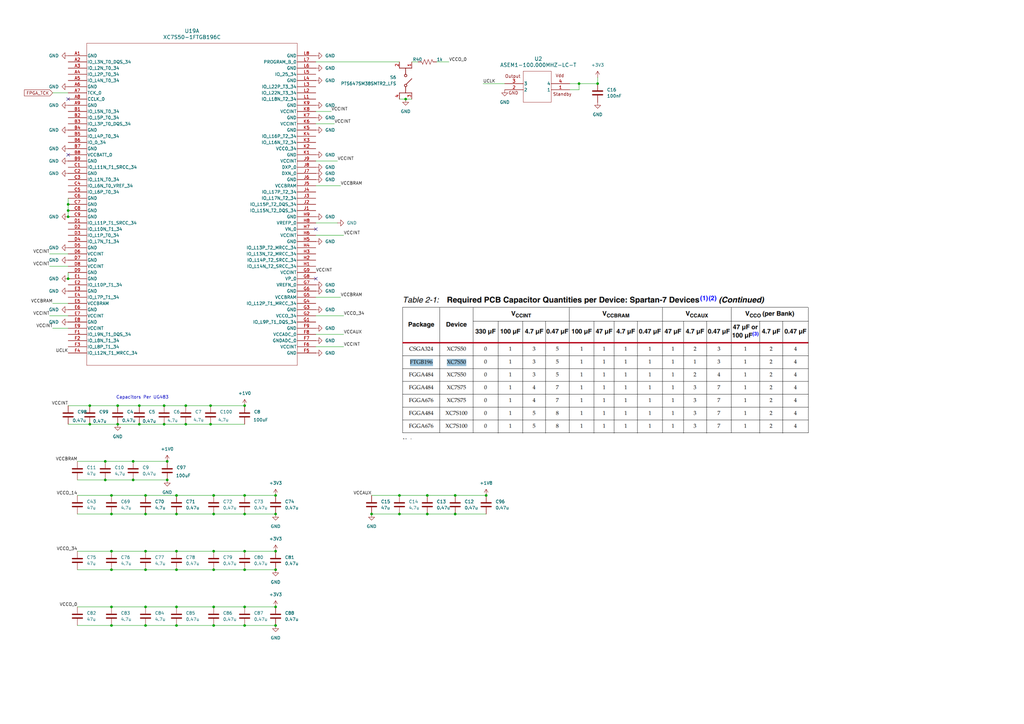
<source format=kicad_sch>
(kicad_sch (version 20250114) (generator "eeschema") (generator_version "9.0")
  (paper "A3")
  (lib_symbols
    (symbol "Device:C" (pin_numbers (hide yes)) (pin_names (offset 0.254))
      (property "Reference" "C" (at 0.635 2.54 0))
      (property "Value" "C" (at 0.635 -2.54 0))
      (symbol "C_1_1"
        (pin passive line (at 0 3.81 270) (length 2.794) (name "~") (number "1"))
        (pin passive line (at 0 -3.81 90) (length 2.794) (name "~") (number "2"))
      )
    )
    (symbol "Device:R_US" (pin_numbers (hide yes)) (pin_names (offset 0))
      (property "Reference" "R" (at 2.54 0 90))
      (property "Value" "R_US" (at -2.54 0 90))
      (symbol "R_US_1_1"
        (pin passive line (at 0 3.81 270) (length 1.27) (name "~") (number "1"))
        (pin passive line (at 0 -3.81 90) (length 1.27) (name "~") (number "2"))
      )
    )
    (symbol "FPGA&MCU:ASEM1-100.000MHZ-LC-T" (pin_names (offset 0.254))
      (property "Reference" "U" (at 13.716 9.398 0))
      (property "Value" "ASEM1-100.000MHZ-LC-T" (at 13.716 6.858 0))
      (symbol "ASEM1-100.000MHZ-LC-T_0_1"
        (pin unspecified line (at 0 0 0) (length 7.62) (name "3") (number "3"))
        (pin unspecified line (at 0 -2.54 0) (length 7.62) (name "2") (number "2"))
        (pin unspecified line (at 26.67 0 180) (length 7.62) (name "4") (number "4"))
        (pin unspecified line (at 26.67 -2.54 180) (length 7.62) (name "1") (number "1"))
      )
      (symbol "ASEM1-100.000MHZ-LC-T_1_1"
        (text "Output" (at 3.302 3.048 0) (effects (font (size 1.27 1.27))))
        (text "GND\n" (at 3.556 -3.81 0) (effects (font (size 1.27 1.27))))
        (text "Vdd\n" (at 22.606 3.302 0) (effects (font (size 1.27 1.27))))
        (text "Standby\n" (at 23.622 -4.318 0) (effects (font (size 1.27 1.27))))
      )
    )
    (symbol "FPGA&MCU:XC7S50-1FTGB196C" (pin_names (offset 0.254))
      (property "Reference" "U" (at 50.8 10.16 0))
      (property "Value" "XC7S50-1FTGB196C" (at 50.8 7.62 0))
      (symbol "XC7S50-1FTGB196C_1_1"
        (pin power_out line (at 0 0 0) (length 7.62) (name "GND") (number "A1"))
        (pin bidirectional line (at 0 -2.54 0) (length 7.62) (name "IO_L3N_T0_DQS_34") (number "A2"))
        (pin bidirectional line (at 0 -5.08 0) (length 7.62) (name "IO_L2N_T0_34") (number "A3"))
        (pin bidirectional line (at 0 -7.62 0) (length 7.62) (name "IO_L2P_T0_34") (number "A4"))
        (pin bidirectional line (at 0 -10.16 0) (length 7.62) (name "IO_L4N_T0_34") (number "A5"))
        (pin power_out line (at 0 -12.7 0) (length 7.62) (name "GND") (number "A6"))
        (pin input line (at 0 -15.24 0) (length 7.62) (name "TCK_0") (number "A7"))
        (pin bidirectional line (at 0 -17.78 0) (length 7.62) (name "CCLK_0") (number "A8"))
        (pin power_out line (at 0 -20.32 0) (length 7.62) (name "GND") (number "A9"))
        (pin bidirectional line (at 0 -22.86 0) (length 7.62) (name "IO_L5N_T0_34") (number "B1"))
        (pin bidirectional line (at 0 -25.4 0) (length 7.62) (name "IO_L5P_T0_34") (number "B2"))
        (pin bidirectional line (at 0 -27.94 0) (length 7.62) (name "IO_L3P_T0_DQS_34") (number "B3"))
        (pin power_out line (at 0 -30.48 0) (length 7.62) (name "GND") (number "B4"))
        (pin bidirectional line (at 0 -33.02 0) (length 7.62) (name "IO_L4P_T0_34") (number "B5"))
        (pin bidirectional line (at 0 -35.56 0) (length 7.62) (name "IO_0_34") (number "B6"))
        (pin power_out line (at 0 -38.1 0) (length 7.62) (name "GND") (number "B7"))
        (pin power_in line (at 0 -40.64 0) (length 7.62) (name "VCCBATT_0") (number "B8"))
        (pin power_out line (at 0 -43.18 0) (length 7.62) (name "GND") (number "B9"))
        (pin bidirectional line (at 0 -45.72 0) (length 7.62) (name "IO_L11N_T1_SRCC_34") (number "C1"))
        (pin power_out line (at 0 -48.26 0) (length 7.62) (name "GND") (number "C2"))
        (pin bidirectional line (at 0 -50.8 0) (length 7.62) (name "IO_L1N_T0_34") (number "C3"))
        (pin bidirectional line (at 0 -53.34 0) (length 7.62) (name "IO_L6N_T0_VREF_34") (number "C4"))
        (pin bidirectional line (at 0 -55.88 0) (length 7.62) (name "IO_L6P_T0_34") (number "C5"))
        (pin power_out line (at 0 -58.42 0) (length 7.62) (name "GND") (number "C6"))
        (pin power_out line (at 0 -60.96 0) (length 7.62) (name "GND") (number "C7"))
        (pin power_out line (at 0 -63.5 0) (length 7.62) (name "GND") (number "C8"))
        (pin power_out line (at 0 -66.04 0) (length 7.62) (name "GND") (number "C9"))
        (pin bidirectional line (at 0 -68.58 0) (length 7.62) (name "IO_L11P_T1_SRCC_34") (number "D1"))
        (pin bidirectional line (at 0 -71.12 0) (length 7.62) (name "IO_L10N_T1_34") (number "D2"))
        (pin bidirectional line (at 0 -73.66 0) (length 7.62) (name "IO_L1P_T0_34") (number "D3"))
        (pin bidirectional line (at 0 -76.2 0) (length 7.62) (name "IO_L7N_T1_34") (number "D4"))
        (pin power_out line (at 0 -78.74 0) (length 7.62) (name "GND") (number "D5"))
        (pin power_in line (at 0 -81.28 0) (length 7.62) (name "VCCINT") (number "D6"))
        (pin power_out line (at 0 -83.82 0) (length 7.62) (name "GND") (number "D7"))
        (pin power_in line (at 0 -86.36 0) (length 7.62) (name "VCCINT") (number "D8"))
        (pin power_out line (at 0 -88.9 0) (length 7.62) (name "GND") (number "D9"))
        (pin power_out line (at 0 -91.44 0) (length 7.62) (name "GND") (number "E1"))
        (pin bidirectional line (at 0 -93.98 0) (length 7.62) (name "IO_L10P_T1_34") (number "E2"))
        (pin power_out line (at 0 -96.52 0) (length 7.62) (name "GND") (number "E3"))
        (pin bidirectional line (at 0 -99.06 0) (length 7.62) (name "IO_L7P_T1_34") (number "E4"))
        (pin power_in line (at 0 -101.6 0) (length 7.62) (name "VCCBRAM") (number "E5"))
        (pin power_out line (at 0 -104.14 0) (length 7.62) (name "GND") (number "E6"))
        (pin power_in line (at 0 -106.68 0) (length 7.62) (name "VCCINT") (number "E7"))
        (pin power_out line (at 0 -109.22 0) (length 7.62) (name "GND") (number "E8"))
        (pin power_in line (at 0 -111.76 0) (length 7.62) (name "VCCINT") (number "E9"))
        (pin bidirectional line (at 0 -114.3 0) (length 7.62) (name "IO_L9N_T1_DQS_34") (number "F1"))
        (pin bidirectional line (at 0 -116.84 0) (length 7.62) (name "IO_L8N_T1_34") (number "F2"))
        (pin bidirectional line (at 0 -119.38 0) (length 7.62) (name "IO_L8P_T1_34") (number "F3"))
        (pin bidirectional line (at 0 -121.92 0) (length 7.62) (name "IO_L12N_T1_MRCC_34") (number "F4"))
        (pin power_out line (at 101.6 0 180) (length 7.62) (name "GND") (number "L8"))
        (pin input line (at 101.6 -2.54 180) (length 7.62) (name "PROGRAM_B_0") (number "L7"))
        (pin power_out line (at 101.6 -5.08 180) (length 7.62) (name "GND") (number "L6"))
        (pin bidirectional line (at 101.6 -7.62 180) (length 7.62) (name "IO_25_34") (number "L5"))
        (pin power_out line (at 101.6 -10.16 180) (length 7.62) (name "GND") (number "L4"))
        (pin bidirectional line (at 101.6 -12.7 180) (length 7.62) (name "IO_L22P_T3_34") (number "L3"))
        (pin bidirectional line (at 101.6 -15.24 180) (length 7.62) (name "IO_L22N_T3_34") (number "L2"))
        (pin bidirectional line (at 101.6 -17.78 180) (length 7.62) (name "IO_L18N_T2_34") (number "L1"))
        (pin power_out line (at 101.6 -20.32 180) (length 7.62) (name "GND") (number "K9"))
        (pin power_in line (at 101.6 -22.86 180) (length 7.62) (name "VCCINT") (number "K8"))
        (pin power_out line (at 101.6 -25.4 180) (length 7.62) (name "GND") (number "K7"))
        (pin power_in line (at 101.6 -27.94 180) (length 7.62) (name "VCCINT") (number "K6"))
        (pin power_out line (at 101.6 -30.48 180) (length 7.62) (name "GND") (number "K5"))
        (pin bidirectional line (at 101.6 -33.02 180) (length 7.62) (name "IO_L16P_T2_34") (number "K4"))
        (pin bidirectional line (at 101.6 -35.56 180) (length 7.62) (name "IO_L16N_T2_34") (number "K3"))
        (pin power_in line (at 101.6 -38.1 180) (length 7.62) (name "VCCO_34") (number "K2"))
        (pin power_out line (at 101.6 -40.64 180) (length 7.62) (name "GND") (number "K1"))
        (pin power_in line (at 101.6 -43.18 180) (length 7.62) (name "VCCINT") (number "J9"))
        (pin unspecified line (at 101.6 -45.72 180) (length 7.62) (name "DXP_0") (number "J8"))
        (pin unspecified line (at 101.6 -48.26 180) (length 7.62) (name "DXN_0") (number "J7"))
        (pin power_out line (at 101.6 -50.8 180) (length 7.62) (name "GND") (number "J6"))
        (pin power_in line (at 101.6 -53.34 180) (length 7.62) (name "VCCBRAM") (number "J5"))
        (pin bidirectional line (at 101.6 -55.88 180) (length 7.62) (name "IO_L17P_T2_34") (number "J4"))
        (pin bidirectional line (at 101.6 -58.42 180) (length 7.62) (name "IO_L17N_T2_34") (number "J3"))
        (pin bidirectional line (at 101.6 -60.96 180) (length 7.62) (name "IO_L15P_T2_DQS_34") (number "J2"))
        (pin bidirectional line (at 101.6 -63.5 180) (length 7.62) (name "IO_L15N_T2_DQS_34") (number "J1"))
        (pin power_out line (at 101.6 -66.04 180) (length 7.62) (name "GND") (number "H9"))
        (pin power_in line (at 101.6 -68.58 180) (length 7.62) (name "VREFP_0") (number "H8"))
        (pin input line (at 101.6 -71.12 180) (length 7.62) (name "VN_0") (number "H7"))
        (pin power_in line (at 101.6 -73.66 180) (length 7.62) (name "VCCINT") (number "H6"))
        (pin power_out line (at 101.6 -76.2 180) (length 7.62) (name "GND") (number "H5"))
        (pin bidirectional line (at 101.6 -78.74 180) (length 7.62) (name "IO_L13P_T2_MRCC_34") (number "H4"))
        (pin bidirectional line (at 101.6 -81.28 180) (length 7.62) (name "IO_L13N_T2_MRCC_34") (number "H3"))
        (pin bidirectional line (at 101.6 -83.82 180) (length 7.62) (name "IO_L14P_T2_SRCC_34") (number "H2"))
        (pin bidirectional line (at 101.6 -86.36 180) (length 7.62) (name "IO_L14N_T2_SRCC_34") (number "H1"))
        (pin power_in line (at 101.6 -88.9 180) (length 7.62) (name "VCCINT") (number "G9"))
        (pin input line (at 101.6 -91.44 180) (length 7.62) (name "VP_0") (number "G8"))
        (pin power_in line (at 101.6 -93.98 180) (length 7.62) (name "VREFN_0") (number "G7"))
        (pin power_out line (at 101.6 -96.52 180) (length 7.62) (name "GND") (number "G6"))
        (pin power_in line (at 101.6 -99.06 180) (length 7.62) (name "VCCBRAM") (number "G5"))
        (pin bidirectional line (at 101.6 -101.6 180) (length 7.62) (name "IO_L12P_T1_MRCC_34") (number "G4"))
        (pin power_out line (at 101.6 -104.14 180) (length 7.62) (name "GND") (number "G3"))
        (pin power_in line (at 101.6 -106.68 180) (length 7.62) (name "VCCO_34") (number "G2"))
        (pin bidirectional line (at 101.6 -109.22 180) (length 7.62) (name "IO_L9P_T1_DQS_34") (number "G1"))
        (pin power_out line (at 101.6 -111.76 180) (length 7.62) (name "GND") (number "F9"))
        (pin power_in line (at 101.6 -114.3 180) (length 7.62) (name "VCCADC_0") (number "F8"))
        (pin power_out line (at 101.6 -116.84 180) (length 7.62) (name "GNDADC_0") (number "F7"))
        (pin power_in line (at 101.6 -119.38 180) (length 7.62) (name "VCCINT") (number "F6"))
        (pin power_out line (at 101.6 -121.92 180) (length 7.62) (name "GND") (number "F5"))
      )
      (symbol "XC7S50-1FTGB196C_2_1"
        (pin power_in line (at 0 0 0) (length 7.62) (name "VCCAUX") (number "L9"))
        (pin bidirectional line (at 0 -2.54 0) (length 7.62) (name "IO_L18P_T2_34") (number "M1"))
        (pin bidirectional line (at 0 -5.08 0) (length 7.62) (name "IO_L19N_T3_VREF_34") (number "M2"))
        (pin bidirectional line (at 0 -7.62 0) (length 7.62) (name "IO_L19P_T3_34") (number "M3"))
        (pin bidirectional line (at 0 -10.16 0) (length 7.62) (name "IO_L23N_T3_34") (number "M4"))
        (pin bidirectional line (at 0 -12.7 0) (length 7.62) (name "IO_L23P_T3_34") (number "M5"))
        (pin input line (at 0 -15.24 0) (length 7.62) (name "TMS_0") (number "M6"))
        (pin input line (at 0 -17.78 0) (length 7.62) (name "M0_0") (number "M7"))
        (pin input line (at 0 -20.32 0) (length 7.62) (name "M1_0") (number "M8"))
        (pin input line (at 0 -22.86 0) (length 7.62) (name "M2_0") (number "M9"))
        (pin bidirectional line (at 0 -25.4 0) (length 7.62) (name "IO_L20N_T3_34") (number "N1"))
        (pin power_in line (at 0 -27.94 0) (length 7.62) (name "VCCO_34") (number "N2"))
        (pin power_out line (at 0 -30.48 0) (length 7.62) (name "GND") (number "N3"))
        (pin bidirectional line (at 0 -33.02 0) (length 7.62) (name "IO_L24N_T3_34") (number "N4"))
        (pin power_out line (at 0 -35.56 0) (length 7.62) (name "GND") (number "N5"))
        (pin power_in line (at 0 -38.1 0) (length 7.62) (name "VCCO_0") (number "N6"))
        (pin input line (at 0 -40.64 0) (length 7.62) (name "CFGBVS_0") (number "N7"))
        (pin power_in line (at 0 -43.18 0) (length 7.62) (name "VCCO_0") (number "N8"))
        (pin power_out line (at 0 -45.72 0) (length 7.62) (name "GND") (number "N9"))
        (pin power_out line (at 0 -48.26 0) (length 7.62) (name "GND") (number "P1"))
        (pin bidirectional line (at 0 -50.8 0) (length 7.62) (name "IO_L20P_T3_34") (number "P2"))
        (pin bidirectional line (at 0 -53.34 0) (length 7.62) (name "IO_L21N_T3_DQS_34") (number "P3"))
        (pin bidirectional line (at 0 -55.88 0) (length 7.62) (name "IO_L21P_T3_DQS_34") (number "P4"))
        (pin bidirectional line (at 0 -58.42 0) (length 7.62) (name "IO_L24P_T3_34") (number "P5"))
        (pin output line (at 0 -60.96 0) (length 7.62) (name "TDO_0") (number "P6"))
        (pin input line (at 0 -63.5 0) (length 7.62) (name "TDI_0") (number "P7"))
        (pin bidirectional line (at 0 -66.04 0) (length 7.62) (name "INIT_B_0") (number "P8"))
        (pin bidirectional line (at 0 -68.58 0) (length 7.62) (name "DONE_0") (number "P9"))
        (pin bidirectional line (at 0 -71.12 0) (length 7.62) (name "IO_L3N_T0_DQS_EMCCLK_14") (number "A10"))
        (pin power_out line (at 0 -73.66 0) (length 7.62) (name "GND") (number "A11"))
        (pin bidirectional line (at 0 -76.2 0) (length 7.62) (name "IO_L4P_T0_D04_14") (number "A12"))
        (pin bidirectional line (at 0 -78.74 0) (length 7.62) (name "IO_L4N_T0_D05_14") (number "A13"))
        (pin power_out line (at 0 -81.28 0) (length 7.62) (name "GND") (number "A14"))
        (pin bidirectional line (at 0 -83.82 0) (length 7.62) (name "IO_L3P_T0_DQS_PUDC_B_14") (number "B10"))
        (pin bidirectional line (at 0 -86.36 0) (length 7.62) (name "IO_L1P_T0_D00_MOSI_14") (number "B11"))
        (pin bidirectional line (at 0 -88.9 0) (length 7.62) (name "IO_L1N_T0_D01_DIN_14") (number "B12"))
        (pin bidirectional line (at 0 -91.44 0) (length 7.62) (name "IO_L5P_T0_D06_14") (number "B13"))
        (pin bidirectional line (at 0 -93.98 0) (length 7.62) (name "IO_L5N_T0_D07_14") (number "B14"))
        (pin bidirectional line (at 0 -96.52 0) (length 7.62) (name "IO_L2N_T0_D03_14") (number "C10"))
        (pin bidirectional line (at 0 -99.06 0) (length 7.62) (name "IO_L6P_T0_FCS_B_14") (number "C11"))
        (pin bidirectional line (at 0 -101.6 0) (length 7.62) (name "IO_L6N_T0_D08_VREF_14") (number "C12"))
        (pin power_out line (at 0 -104.14 0) (length 7.62) (name "GND") (number "C13"))
        (pin bidirectional line (at 0 -106.68 0) (length 7.62) (name "IO_L11N_T1_SRCC_14") (number "C14"))
        (pin bidirectional line (at 0 -109.22 0) (length 7.62) (name "IO_L2P_T0_D02_14") (number "D10"))
        (pin power_out line (at 0 -111.76 0) (length 7.62) (name "GND") (number "D11"))
        (pin bidirectional line (at 0 -114.3 0) (length 7.62) (name "IO_L8P_T1_D11_14") (number "D12"))
        (pin bidirectional line (at 0 -116.84 0) (length 7.62) (name "IO_L8N_T1_D12_14") (number "D13"))
        (pin bidirectional line (at 0 -119.38 0) (length 7.62) (name "IO_L11P_T1_SRCC_14") (number "D14"))
        (pin power_out line (at 0 -121.92 0) (length 7.62) (name "GND") (number "E10"))
        (pin power_out line (at 132.08 0 180) (length 7.62) (name "GND") (number "P14"))
        (pin bidirectional line (at 132.08 -2.54 180) (length 7.62) (name "IO_L22N_T3_D20_14") (number "P13"))
        (pin bidirectional line (at 132.08 -5.08 180) (length 7.62) (name "IO_L22P_T3_D21_14") (number "P12"))
        (pin bidirectional line (at 132.08 -7.62 180) (length 7.62) (name "IO_L24N_T3_D16_14") (number "P11"))
        (pin bidirectional line (at 132.08 -10.16 180) (length 7.62) (name "IO_L24P_T3_D17_14") (number "P10"))
        (pin bidirectional line (at 132.08 -12.7 180) (length 7.62) (name "IO_L21P_T3_DQS_14") (number "N14"))
        (pin power_in line (at 132.08 -15.24 180) (length 7.62) (name "VCCO_14") (number "N13"))
        (pin power_out line (at 132.08 -17.78 180) (length 7.62) (name "GND") (number "N12"))
        (pin bidirectional line (at 132.08 -20.32 180) (length 7.62) (name "IO_L23N_T3_D18_14") (number "N11"))
        (pin bidirectional line (at 132.08 -22.86 180) (length 7.62) (name "IO_L23P_T3_D19_14") (number "N10"))
        (pin bidirectional line (at 132.08 -25.4 180) (length 7.62) (name "IO_L21N_T3_DQS_D22_14") (number "M14"))
        (pin bidirectional line (at 132.08 -27.94 180) (length 7.62) (name "IO_L15P_T2_DQS_RDWR_B_14") (number "M13"))
        (pin bidirectional line (at 132.08 -30.48 180) (length 7.62) (name "IO_L20N_T3_D23_14") (number "M12"))
        (pin bidirectional line (at 132.08 -33.02 180) (length 7.62) (name "IO_L20P_T3_D24_14") (number "M11"))
        (pin bidirectional line (at 132.08 -35.56 180) (length 7.62) (name "IO_25_14") (number "M10"))
        (pin bidirectional line (at 132.08 -38.1 180) (length 7.62) (name "IO_L15N_T2_DQS_DOUT_CSO_B_14") (number "L14"))
        (pin bidirectional line (at 132.08 -40.64 180) (length 7.62) (name "IO_L16N_T2_D31_14") (number "L13"))
        (pin bidirectional line (at 132.08 -43.18 180) (length 7.62) (name "IO_L16P_T2_CSI_B_14") (number "L12"))
        (pin power_out line (at 132.08 -45.72 180) (length 7.62) (name "GND") (number "L11"))
        (pin power_out line (at 132.08 -48.26 180) (length 7.62) (name "GND") (number "L10"))
        (pin power_out line (at 132.08 -50.8 180) (length 7.62) (name "GND") (number "K14"))
        (pin power_in line (at 132.08 -53.34 180) (length 7.62) (name "VCCO_14") (number "K13"))
        (pin bidirectional line (at 132.08 -55.88 180) (length 7.62) (name "IO_L19N_T3_D25_VREF_14") (number "K12"))
        (pin bidirectional line (at 132.08 -58.42 180) (length 7.62) (name "IO_L19P_T3_D26_14") (number "K11"))
        (pin power_in line (at 132.08 -60.96 180) (length 7.62) (name "VCCAUX") (number "K10"))
        (pin bidirectional line (at 132.08 -63.5 180) (length 7.62) (name "IO_L18N_T2_D27_14") (number "J14"))
        (pin bidirectional line (at 132.08 -66.04 180) (length 7.62) (name "IO_L18P_T2_D28_14") (number "J13"))
        (pin bidirectional line (at 132.08 -68.58 180) (length 7.62) (name "IO_L17N_T2_D29_14") (number "J12"))
        (pin bidirectional line (at 132.08 -71.12 180) (length 7.62) (name "IO_L17P_T2_D30_14") (number "J11"))
        (pin power_out line (at 132.08 -73.66 180) (length 7.62) (name "GND") (number "J10"))
        (pin bidirectional line (at 132.08 -76.2 180) (length 7.62) (name "IO_L14N_T2_SRCC_14") (number "H14"))
        (pin bidirectional line (at 132.08 -78.74 180) (length 7.62) (name "IO_L14P_T2_SRCC_14") (number "H13"))
        (pin bidirectional line (at 132.08 -81.28 180) (length 7.62) (name "IO_L13N_T2_MRCC_14") (number "H12"))
        (pin bidirectional line (at 132.08 -83.82 180) (length 7.62) (name "IO_L13P_T2_MRCC_14") (number "H11"))
        (pin power_in line (at 132.08 -86.36 180) (length 7.62) (name "VCCAUX") (number "H10"))
        (pin bidirectional line (at 132.08 -88.9 180) (length 7.62) (name "IO_L9P_T1_DQS_14") (number "G14"))
        (pin power_in line (at 132.08 -91.44 180) (length 7.62) (name "VCCO_14") (number "G13"))
        (pin power_out line (at 132.08 -93.98 180) (length 7.62) (name "GND") (number "G12"))
        (pin bidirectional line (at 132.08 -96.52 180) (length 7.62) (name "IO_L12P_T1_MRCC_14") (number "G11"))
        (pin power_out line (at 132.08 -99.06 180) (length 7.62) (name "GND") (number "G10"))
        (pin bidirectional line (at 132.08 -101.6 180) (length 7.62) (name "IO_L9N_T1_DQS_D13_14") (number "F14"))
        (pin bidirectional line (at 132.08 -104.14 180) (length 7.62) (name "IO_L10P_T1_D14_14") (number "F13"))
        (pin bidirectional line (at 132.08 -106.68 180) (length 7.62) (name "IO_L7P_T1_D09_14") (number "F12"))
        (pin bidirectional line (at 132.08 -109.22 180) (length 7.62) (name "IO_L12N_T1_MRCC_14") (number "F11"))
        (pin power_in line (at 132.08 -111.76 180) (length 7.62) (name "VCCAUX") (number "F10"))
        (pin power_out line (at 132.08 -114.3 180) (length 7.62) (name "GND") (number "E14"))
        (pin bidirectional line (at 132.08 -116.84 180) (length 7.62) (name "IO_L10N_T1_D15_14") (number "E13"))
        (pin bidirectional line (at 132.08 -119.38 180) (length 7.62) (name "IO_L7N_T1_D10_14") (number "E12"))
        (pin bidirectional line (at 132.08 -121.92 180) (length 7.62) (name "IO_0_14") (number "E11"))
      )
    )
    (symbol "FPGA_Interface:PTS647SM38SMTR2_LFS" (pin_names (hide yes))
      (property "Reference" "S" (at 12.7 6.35 0))
      (property "Value" "PTS647SM38SMTR2_LFS" (at 12.7 3.81 0))
      (symbol "PTS647SM38SMTR2_LFS_1_1"
        (pin passive line (at 0 0 0) (length 2.54) (name "COM_1") (number "3"))
        (pin passive line (at 0 -5.08 0) (length 2.54) (name "COM_2") (number "4"))
        (pin passive line (at 15.24 0 180) (length 2.54) (name "NO_1") (number "1"))
        (pin passive line (at 15.24 -5.08 180) (length 2.54) (name "NO_2") (number "2"))
      )
    )
    (symbol "power:+1V0" (power) (pin_numbers (hide yes)) (pin_names (offset 0) (hide yes))
      (property "Value" "+1V0" (at 0 3.556 0))
      (symbol "+1V0_1_1"
        (pin power_in line (at 0 0 90) (length 0) (name "~") (number "1"))
      )
    )
    (symbol "power:+1V8" (power) (pin_numbers (hide yes)) (pin_names (offset 0) (hide yes))
      (property "Value" "+1V8" (at 0 3.556 0))
      (symbol "+1V8_1_1"
        (pin power_in line (at 0 0 90) (length 0) (name "~") (number "1"))
      )
    )
    (symbol "power:+3V3" (power) (pin_numbers (hide yes)) (pin_names (offset 0) (hide yes))
      (property "Value" "+3V3" (at 0 3.556 0))
      (symbol "+3V3_1_1"
        (pin power_in line (at 0 0 90) (length 0) (name "~") (number "1"))
      )
    )
    (symbol "power:GND" (power) (pin_numbers (hide yes)) (pin_names (offset 0) (hide yes))
      (property "Value" "GND" (at 0 -3.81 0))
      (symbol "GND_1_1"
        (pin power_in line (at 0 0 270) (length 0) (name "~") (number "1"))
      )
    )
  )
  (text "Capacitors Per UG483\n" (at 58.42 163.068 0) (effects (font (size 1.27 1.27))))
  (junction (at 186.69 203.2))
  (junction (at 87.63 203.2))
  (junction (at 36.83 173.99))
  (junction (at 72.39 256.54))
  (junction (at 54.61 196.85))
  (junction (at 113.03 256.54))
  (junction (at 27.94 83.82))
  (junction (at 87.63 210.82))
  (junction (at 163.83 203.2))
  (junction (at 113.03 233.68))
  (junction (at 68.58 189.23))
  (junction (at 72.39 233.68))
  (junction (at 45.72 248.92))
  (junction (at 59.69 210.82))
  (junction (at 68.58 196.85))
  (junction (at 57.15 173.99))
  (junction (at 59.69 226.06))
  (junction (at 113.03 203.2))
  (junction (at 48.26 173.99))
  (junction (at 113.03 248.92))
  (junction (at 175.26 210.82))
  (junction (at 86.36 166.37))
  (junction (at 166.37 40.64))
  (junction (at 72.39 210.82))
  (junction (at 72.39 203.2))
  (junction (at 100.33 248.92))
  (junction (at 72.39 226.06))
  (junction (at 27.94 114.3))
  (junction (at 87.63 233.68))
  (junction (at 175.26 203.2))
  (junction (at 237.49 34.29))
  (junction (at 67.31 173.99))
  (junction (at 59.69 248.92))
  (junction (at 54.61 189.23))
  (junction (at 87.63 256.54))
  (junction (at 45.72 210.82))
  (junction (at 27.94 88.9))
  (junction (at 186.69 210.82))
  (junction (at 45.72 233.68))
  (junction (at 86.36 173.99))
  (junction (at 87.63 226.06))
  (junction (at 36.83 166.37))
  (junction (at 113.03 226.06))
  (junction (at 87.63 248.92))
  (junction (at 59.69 203.2))
  (junction (at 100.33 233.68))
  (junction (at 72.39 248.92))
  (junction (at 59.69 233.68))
  (junction (at 45.72 256.54))
  (junction (at 245.11 34.29))
  (junction (at 199.39 203.2))
  (junction (at 100.33 166.37))
  (junction (at 100.33 203.2))
  (junction (at 45.72 226.06))
  (junction (at 45.72 203.2))
  (junction (at 152.4 210.82))
  (junction (at 163.83 210.82))
  (junction (at 48.26 166.37))
  (junction (at 76.2 166.37))
  (junction (at 59.69 256.54))
  (junction (at 43.18 196.85))
  (junction (at 76.2 173.99))
  (junction (at 67.31 166.37))
  (junction (at 27.94 86.36))
  (junction (at 100.33 256.54))
  (junction (at 113.03 210.82))
  (junction (at 43.18 189.23))
  (junction (at 57.15 166.37))
  (junction (at 100.33 210.82))
  (junction (at 100.33 226.06))
  (no_connect (at 27.94 63.5))
  (no_connect (at 27.94 40.64))
  (no_connect (at 129.54 93.98))
  (no_connect (at 129.54 114.3))
  (wire (pts (xy 36.83 173.99) (xy 48.26 173.99)))
  (wire (pts (xy 168.91 25.4) (xy 171.45 25.4)))
  (wire (pts (xy 67.31 173.99) (xy 76.2 173.99)))
  (wire (pts (xy 140.97 142.24) (xy 129.54 142.24)))
  (wire (pts (xy 199.39 203.2) (xy 186.69 203.2)))
  (wire (pts (xy 137.16 50.8) (xy 129.54 50.8)))
  (wire (pts (xy 21.59 134.62) (xy 27.94 134.62)))
  (wire (pts (xy 233.68 36.83) (xy 237.49 36.83)))
  (wire (pts (xy 76.2 173.99) (xy 86.36 173.99)))
  (wire (pts (xy 87.63 256.54) (xy 100.33 256.54)))
  (wire (pts (xy 68.58 196.85) (xy 54.61 196.85)))
  (wire (pts (xy 72.39 203.2) (xy 87.63 203.2)))
  (wire (pts (xy 48.26 166.37) (xy 57.15 166.37)))
  (wire (pts (xy 45.72 226.06) (xy 59.69 226.06)))
  (wire (pts (xy 20.32 129.54) (xy 27.94 129.54)))
  (wire (pts (xy 31.75 233.68) (xy 45.72 233.68)))
  (wire (pts (xy 166.37 40.64) (xy 163.83 40.64)))
  (wire (pts (xy 43.18 196.85) (xy 31.75 196.85)))
  (wire (pts (xy 72.39 226.06) (xy 87.63 226.06)))
  (wire (pts (xy 21.59 124.46) (xy 27.94 124.46)))
  (wire (pts (xy 43.18 189.23) (xy 31.75 189.23)))
  (wire (pts (xy 68.58 189.23) (xy 54.61 189.23)))
  (wire (pts (xy 139.7 76.2) (xy 129.54 76.2)))
  (wire (pts (xy 175.26 203.2) (xy 163.83 203.2)))
  (wire (pts (xy 245.11 31.75) (xy 245.11 34.29)))
  (wire (pts (xy 86.36 166.37) (xy 100.33 166.37)))
  (wire (pts (xy 48.26 173.99) (xy 57.15 173.99)))
  (wire (pts (xy 163.83 203.2) (xy 152.4 203.2)))
  (wire (pts (xy 43.18 196.85) (xy 54.61 196.85)))
  (wire (pts (xy 87.63 210.82) (xy 100.33 210.82)))
  (wire (pts (xy 237.49 34.29) (xy 245.11 34.29)))
  (wire (pts (xy 45.72 210.82) (xy 59.69 210.82)))
  (wire (pts (xy 27.94 81.28) (xy 27.94 83.82)))
  (wire (pts (xy 27.94 166.37) (xy 36.83 166.37)))
  (wire (pts (xy 175.26 210.82) (xy 186.69 210.82)))
  (wire (pts (xy 20.32 104.14) (xy 27.94 104.14)))
  (wire (pts (xy 72.39 248.92) (xy 87.63 248.92)))
  (wire (pts (xy 31.75 256.54) (xy 45.72 256.54)))
  (wire (pts (xy 87.63 248.92) (xy 100.33 248.92)))
  (wire (pts (xy 100.33 248.92) (xy 113.03 248.92)))
  (wire (pts (xy 186.69 210.82) (xy 199.39 210.82)))
  (wire (pts (xy 86.36 173.99) (xy 100.33 173.99)))
  (wire (pts (xy 237.49 34.29) (xy 233.68 34.29)))
  (wire (pts (xy 100.33 256.54) (xy 113.03 256.54)))
  (wire (pts (xy 72.39 210.82) (xy 87.63 210.82)))
  (wire (pts (xy 100.33 203.2) (xy 113.03 203.2)))
  (wire (pts (xy 59.69 210.82) (xy 72.39 210.82)))
  (wire (pts (xy 59.69 226.06) (xy 72.39 226.06)))
  (wire (pts (xy 168.91 40.64) (xy 166.37 40.64)))
  (wire (pts (xy 59.69 256.54) (xy 72.39 256.54)))
  (wire (pts (xy 31.75 203.2) (xy 45.72 203.2)))
  (wire (pts (xy 20.32 109.22) (xy 27.94 109.22)))
  (wire (pts (xy 59.69 233.68) (xy 72.39 233.68)))
  (wire (pts (xy 138.43 91.44) (xy 129.54 91.44)))
  (wire (pts (xy 179.07 25.4) (xy 184.15 25.4)))
  (wire (pts (xy 27.94 86.36) (xy 27.94 88.9)))
  (wire (pts (xy 138.43 66.04) (xy 129.54 66.04)))
  (wire (pts (xy 140.97 129.54) (xy 129.54 129.54)))
  (wire (pts (xy 36.83 166.37) (xy 48.26 166.37)))
  (wire (pts (xy 163.83 210.82) (xy 175.26 210.82)))
  (wire (pts (xy 100.33 233.68) (xy 113.03 233.68)))
  (wire (pts (xy 139.7 121.92) (xy 129.54 121.92)))
  (wire (pts (xy 57.15 166.37) (xy 67.31 166.37)))
  (wire (pts (xy 87.63 203.2) (xy 100.33 203.2)))
  (wire (pts (xy 100.33 226.06) (xy 113.03 226.06)))
  (wire (pts (xy 45.72 256.54) (xy 59.69 256.54)))
  (wire (pts (xy 186.69 203.2) (xy 175.26 203.2)))
  (wire (pts (xy 27.94 111.76) (xy 27.94 114.3)))
  (wire (pts (xy 87.63 233.68) (xy 100.33 233.68)))
  (wire (pts (xy 152.4 210.82) (xy 163.83 210.82)))
  (wire (pts (xy 57.15 173.99) (xy 67.31 173.99)))
  (wire (pts (xy 87.63 226.06) (xy 100.33 226.06)))
  (wire (pts (xy 129.54 25.4) (xy 163.83 25.4)))
  (wire (pts (xy 27.94 83.82) (xy 27.94 86.36)))
  (wire (pts (xy 31.75 226.06) (xy 45.72 226.06)))
  (wire (pts (xy 31.75 248.92) (xy 45.72 248.92)))
  (wire (pts (xy 67.31 166.37) (xy 76.2 166.37)))
  (wire (pts (xy 72.39 233.68) (xy 87.63 233.68)))
  (wire (pts (xy 21.59 38.1) (xy 27.94 38.1)))
  (wire (pts (xy 72.39 256.54) (xy 87.63 256.54)))
  (wire (pts (xy 135.89 45.72) (xy 129.54 45.72)))
  (wire (pts (xy 45.72 233.68) (xy 59.69 233.68)))
  (wire (pts (xy 27.94 173.99) (xy 36.83 173.99)))
  (wire (pts (xy 31.75 210.82) (xy 45.72 210.82)))
  (wire (pts (xy 237.49 36.83) (xy 237.49 34.29)))
  (wire (pts (xy 59.69 203.2) (xy 72.39 203.2)))
  (wire (pts (xy 100.33 210.82) (xy 113.03 210.82)))
  (wire (pts (xy 45.72 248.92) (xy 59.69 248.92)))
  (wire (pts (xy 198.12 34.29) (xy 207.01 34.29)))
  (wire (pts (xy 59.69 248.92) (xy 72.39 248.92)))
  (wire (pts (xy 76.2 166.37) (xy 86.36 166.37)))
  (wire (pts (xy 140.97 96.52) (xy 129.54 96.52)))
  (wire (pts (xy 140.97 137.16) (xy 129.54 137.16)))
  (wire (pts (xy 45.72 203.2) (xy 59.69 203.2)))
  (wire (pts (xy 54.61 189.23) (xy 43.18 189.23)))
  (image (at 248.412 149.352) (scale 0.500003))
  (label "VCCINT" (at 137.16 50.8 0))
  (label "VCCBRAM" (at 139.7 121.92 0))
  (label "VCCINT" (at 27.94 166.37 180))
  (label "VCCO_0" (at 184.15 25.4 0))
  (label "VCCAUX" (at 152.4 203.2 180))
  (label "VCCINT" (at 20.32 104.14 180))
  (label "VCCBRAM" (at 139.7 76.2 0))
  (label "VCCO_0" (at 31.75 248.92 180))
  (label "VCCINT" (at 140.97 142.24 0))
  (label "VCCINT" (at 20.32 129.54 180))
  (label "VCCO_34" (at 31.75 226.06 180))
  (label "VCCINT" (at 135.89 45.72 0))
  (label "VCCAUX" (at 140.97 137.16 0))
  (label "VCCINT" (at 140.97 96.52 0))
  (label "VCCINT" (at 138.43 66.04 0))
  (label "VCCINT" (at 129.54 111.76 0))
  (label "VCCO_34" (at 140.97 129.54 0))
  (label "VCCINT" (at 21.59 134.62 180))
  (label "VCCO_14" (at 31.75 203.2 180))
  (label "VCCBRAM" (at 31.75 189.23 180))
  (label "VCCINT" (at 20.32 109.22 180))
  (label "UCLK" (at 198.12 34.29 0))
  (label "VCCBRAM" (at 21.59 124.46 180))
  (label "UCLK" (at 27.94 144.78 180))
  (global_label "FPGA_TCK" (shape input) (at 21.59 38.1 180) (property "Intersheetrefs" "${INTERSHEET_REFS}" (effects (hide yes))))
  (symbol (lib_id "power:GND") (at 138.43 91.44 90) (unit 1)
    (property "Reference" "#PWR030" (effects (hide yes)))
    (property "Value" "GND" (at 142.24 91.4399 90) (effects (justify right)))
    (property "Description" "Power symbol creates a global label with name \"GND\" , ground" (effects (hide yes)))
  )
  (symbol (lib_id "Device:C") (at 87.63 229.87 0) (unit 1)
    (property "Reference" "C79" (at 91.44 228.5999 0) (effects (justify left)))
    (property "Value" "0.47u" (at 91.44 231.1399 0) (effects (justify left)))
    (property "Footprint" "Capacitor_SMD:C_0402_1005Metric" (effects (hide yes)))
    (property "Description" "Unpolarized capacitor" (effects (hide yes)))
  )
  (symbol (lib_id "Device:C") (at 163.83 207.01 0) (unit 1)
    (property "Reference" "C14" (at 167.64 205.7399 0) (effects (justify left)))
    (property "Value" "4.7u" (at 167.64 208.2799 0) (effects (justify left)))
    (property "Footprint" "Capacitor_SMD:C_0402_1005Metric" (effects (hide yes)))
    (property "Description" "Unpolarized capacitor" (effects (hide yes)))
  )
  (symbol (lib_id "Device:C") (at 86.36 170.18 0) (unit 1)
    (property "Reference" "C100" (at 90.17 168.9099 0) (effects (justify left)))
    (property "Value" "4.7u" (at 89.408 172.212 0) (effects (justify left)))
    (property "Footprint" "Capacitor_SMD:C_0402_1005Metric" (effects (hide yes)))
    (property "Description" "Unpolarized capacitor" (effects (hide yes)))
  )
  (symbol (lib_id "power:+3V3") (at 113.03 248.92 0) (unit 1)
    (property "Reference" "#PWR0143" (effects (hide yes)))
    (property "Value" "+3V3" (at 113.03 243.84 0))
    (property "Description" "Power symbol creates a global label with name \"+3V3\"" (effects (hide yes)))
  )
  (symbol (lib_id "Device:C") (at 54.61 193.04 0) (unit 1)
    (property "Reference" "C9" (at 58.42 191.7699 0) (effects (justify left)))
    (property "Value" "0.47u" (at 58.42 194.3099 0) (effects (justify left)))
    (property "Footprint" "Capacitor_SMD:C_0402_1005Metric" (effects (hide yes)))
    (property "Description" "Unpolarized capacitor" (effects (hide yes)))
  )
  (symbol (lib_id "power:GND") (at 27.94 114.3 270) (unit 1)
    (property "Reference" "#PWR0226" (effects (hide yes)))
    (property "Value" "GND" (at 24.13 114.2999 90) (effects (justify right)))
    (property "Description" "Power symbol creates a global label with name \"GND\" , ground" (effects (hide yes)))
  )
  (symbol (lib_id "Device:C") (at 45.72 252.73 0) (unit 1)
    (property "Reference" "C83" (at 49.53 251.4599 0) (effects (justify left)))
    (property "Value" "4.7u" (at 49.53 253.9999 0) (effects (justify left)))
    (property "Footprint" "Capacitor_SMD:C_0402_1005Metric" (effects (hide yes)))
    (property "Description" "Unpolarized capacitor" (effects (hide yes)))
  )
  (symbol (lib_id "power:GND") (at 113.03 256.54 0) (unit 1)
    (property "Reference" "#PWR0163" (effects (hide yes)))
    (property "Value" "GND" (at 113.03 261.62 0))
    (property "Description" "Power symbol creates a global label with name \"GND\" , ground" (effects (hide yes)))
  )
  (symbol (lib_id "power:GND") (at 113.03 210.82 0) (unit 1)
    (property "Reference" "#PWR069" (effects (hide yes)))
    (property "Value" "GND" (at 113.03 215.9 0))
    (property "Description" "Power symbol creates a global label with name \"GND\" , ground" (effects (hide yes)))
  )
  (symbol (lib_id "Device:C") (at 59.69 207.01 0) (unit 1)
    (property "Reference" "C70" (at 63.5 205.7399 0) (effects (justify left)))
    (property "Value" "4.7u" (at 63.5 208.2799 0) (effects (justify left)))
    (property "Footprint" "Capacitor_SMD:C_0402_1005Metric" (effects (hide yes)))
    (property "Description" "Unpolarized capacitor" (effects (hide yes)))
  )
  (symbol (lib_id "power:GND") (at 27.94 132.08 270) (unit 1)
    (property "Reference" "#PWR0223" (effects (hide yes)))
    (property "Value" "GND" (at 24.13 132.0799 90) (effects (justify right)))
    (property "Description" "Power symbol creates a global label with name \"GND\" , ground" (effects (hide yes)))
  )
  (symbol (lib_id "power:GND") (at 27.94 22.86 270) (unit 1)
    (property "Reference" "#PWR0236" (effects (hide yes)))
    (property "Value" "GND" (at 24.13 22.8599 90) (effects (justify right)))
    (property "Description" "Power symbol creates a global label with name \"GND\" , ground" (effects (hide yes)))
  )
  (symbol (lib_id "Device:C") (at 199.39 207.01 0) (unit 1)
    (property "Reference" "C96" (at 203.2 205.7399 0) (effects (justify left)))
    (property "Value" "0.47u" (at 203.2 208.2799 0) (effects (justify left)))
    (property "Footprint" "Capacitor_SMD:C_0402_1005Metric" (effects (hide yes)))
    (property "Description" "Unpolarized capacitor" (effects (hide yes)))
  )
  (symbol (lib_id "power:GND") (at 27.94 60.96 270) (unit 1)
    (property "Reference" "#PWR0232" (effects (hide yes)))
    (property "Value" "GND" (at 24.13 60.9599 90) (effects (justify right)))
    (property "Description" "Power symbol creates a global label with name \"GND\" , ground" (effects (hide yes)))
  )
  (symbol (lib_id "Device:R_US") (at 175.26 25.4 270) (mirror x) (unit 1)
    (property "Reference" "R40" (at 171.196 24.384 90))
    (property "Value" "1k" (at 180.34 24.384 90))
    (property "Footprint" "Resistor_SMD:R_0402_1005Metric" (effects (hide yes)))
    (property "Description" "Resistor, US symbol" (effects (hide yes)))
  )
  (symbol (lib_id "power:GND") (at 207.01 36.83 0) (unit 1)
    (property "Reference" "#PWR091" (effects (hide yes)))
    (property "Value" "GND" (at 207.01 41.91 0))
    (property "Description" "Power symbol creates a global label with name \"GND\" , ground" (effects (hide yes)))
  )
  (symbol (lib_id "Device:C") (at 31.75 252.73 0) (unit 1)
    (property "Reference" "C82" (at 35.56 251.4599 0) (effects (justify left)))
    (property "Value" "47u" (at 35.56 253.9999 0) (effects (justify left)))
    (property "Footprint" "Capacitor_SMD:C_0603_1608Metric" (effects (hide yes)))
    (property "Description" "Unpolarized capacitor" (effects (hide yes)))
  )
  (symbol (lib_id "power:GND") (at 129.54 33.02 90) (unit 1)
    (property "Reference" "#PWR0220" (effects (hide yes)))
    (property "Value" "GND" (at 133.35 33.0199 90) (effects (justify right)))
    (property "Description" "Power symbol creates a global label with name \"GND\" , ground" (effects (hide yes)))
  )
  (symbol (lib_id "power:+3V3") (at 113.03 203.2 0) (unit 1)
    (property "Reference" "#PWR071" (effects (hide yes)))
    (property "Value" "+3V3" (at 113.03 198.12 0))
    (property "Description" "Power symbol creates a global label with name \"+3V3\"" (effects (hide yes)))
  )
  (symbol (lib_id "Device:C") (at 76.2 170.18 0) (unit 1)
    (property "Reference" "C7" (at 80.01 168.9099 0) (effects (justify left)))
    (property "Value" "4.7u" (at 79.248 172.212 0) (effects (justify left)))
    (property "Footprint" "Capacitor_SMD:C_0402_1005Metric" (effects (hide yes)))
    (property "Description" "Unpolarized capacitor" (effects (hide yes)))
  )
  (symbol (lib_id "power:GND") (at 129.54 22.86 90) (unit 1)
    (property "Reference" "#PWR0221" (effects (hide yes)))
    (property "Value" "GND" (at 133.35 22.8599 90) (effects (justify right)))
    (property "Description" "Power symbol creates a global label with name \"GND\" , ground" (effects (hide yes)))
  )
  (symbol (lib_id "power:GND") (at 129.54 116.84 90) (unit 1)
    (property "Reference" "#PWR0237" (effects (hide yes)))
    (property "Value" "GND" (at 133.35 116.8399 90) (effects (justify right)))
    (property "Description" "Power symbol creates a global label with name \"GND\" , ground" (effects (hide yes)))
  )
  (symbol (lib_id "power:GND") (at 129.54 68.58 90) (unit 1)
    (property "Reference" "#PWR031" (effects (hide yes)))
    (property "Value" "GND" (at 133.35 68.5799 90) (effects (justify right)))
    (property "Description" "Power symbol creates a global label with name \"GND\" , ground" (effects (hide yes)))
  )
  (symbol (lib_id "power:GND") (at 27.94 106.68 270) (unit 1)
    (property "Reference" "#PWR0227" (effects (hide yes)))
    (property "Value" "GND" (at 24.13 106.6799 90) (effects (justify right)))
    (property "Description" "Power symbol creates a global label with name \"GND\" , ground" (effects (hide yes)))
  )
  (symbol (lib_id "power:+1V8") (at 199.39 203.2 0) (unit 1)
    (property "Reference" "#PWR087" (effects (hide yes)))
    (property "Value" "+1V8" (at 199.39 198.12 0))
    (property "Description" "Power symbol creates a global label with name \"+1V8\"" (effects (hide yes)))
  )
  (symbol (lib_id "power:GND") (at 27.94 43.18 270) (unit 1)
    (property "Reference" "#PWR0234" (effects (hide yes)))
    (property "Value" "GND" (at 24.13 43.1799 90) (effects (justify right)))
    (property "Description" "Power symbol creates a global label with name \"GND\" , ground" (effects (hide yes)))
  )
  (symbol (lib_id "power:GND") (at 27.94 101.6 270) (unit 1)
    (property "Reference" "#PWR0228" (effects (hide yes)))
    (property "Value" "GND" (at 24.13 101.5999 90) (effects (justify right)))
    (property "Description" "Power symbol creates a global label with name \"GND\" , ground" (effects (hide yes)))
  )
  (symbol (lib_id "Device:C") (at 72.39 207.01 0) (unit 1)
    (property "Reference" "C71" (at 76.2 205.7399 0) (effects (justify left)))
    (property "Value" "0.47u" (at 76.2 208.2799 0) (effects (justify left)))
    (property "Footprint" "Capacitor_SMD:C_0402_1005Metric" (effects (hide yes)))
    (property "Description" "Unpolarized capacitor" (effects (hide yes)))
  )
  (symbol (lib_id "power:GND") (at 129.54 71.12 90) (unit 1)
    (property "Reference" "#PWR032" (effects (hide yes)))
    (property "Value" "GND" (at 133.35 71.1199 90) (effects (justify right)))
    (property "Description" "Power symbol creates a global label with name \"GND\" , ground" (effects (hide yes)))
  )
  (symbol (lib_id "power:GND") (at 27.94 66.04 270) (unit 1)
    (property "Reference" "#PWR0231" (effects (hide yes)))
    (property "Value" "GND" (at 24.13 66.0399 90) (effects (justify right)))
    (property "Description" "Power symbol creates a global label with name \"GND\" , ground" (effects (hide yes)))
  )
  (symbol (lib_id "Device:C") (at 100.33 207.01 0) (unit 1)
    (property "Reference" "C73" (at 104.14 205.7399 0) (effects (justify left)))
    (property "Value" "0.47u" (at 104.14 208.2799 0) (effects (justify left)))
    (property "Footprint" "Capacitor_SMD:C_0402_1005Metric" (effects (hide yes)))
    (property "Description" "Unpolarized capacitor" (effects (hide yes)))
  )
  (symbol (lib_id "power:GND") (at 27.94 35.56 270) (unit 1)
    (property "Reference" "#PWR0235" (effects (hide yes)))
    (property "Value" "GND" (at 24.13 35.5599 90) (effects (justify right)))
    (property "Description" "Power symbol creates a global label with name \"GND\" , ground" (effects (hide yes)))
  )
  (symbol (lib_id "Device:C") (at 27.94 170.18 0) (unit 1)
    (property "Reference" "C98" (at 31.75 168.9099 0) (effects (justify left)))
    (property "Value" "0.47u" (at 29.718 172.466 0) (effects (justify left)))
    (property "Footprint" "Capacitor_SMD:C_0402_1005Metric" (effects (hide yes)))
    (property "Description" "Unpolarized capacitor" (effects (hide yes)))
  )
  (symbol (lib_id "power:+3V3") (at 245.11 31.75 0) (unit 1)
    (property "Reference" "#PWR089" (effects (hide yes)))
    (property "Value" "+3V3" (at 245.11 26.67 0))
    (property "Description" "Power symbol creates a global label with name \"+3V3\"" (effects (hide yes)))
  )
  (symbol (lib_id "power:GND") (at 129.54 73.66 90) (unit 1)
    (property "Reference" "#PWR0215" (effects (hide yes)))
    (property "Value" "GND" (at 133.35 73.6599 90) (effects (justify right)))
    (property "Description" "Power symbol creates a global label with name \"GND\" , ground" (effects (hide yes)))
  )
  (symbol (lib_id "Device:C") (at 100.33 170.18 0) (unit 1)
    (property "Reference" "C8" (at 104.14 168.9099 0) (effects (justify left)))
    (property "Value" "100uF" (at 103.886 172.212 0) (effects (justify left)))
    (property "Footprint" "Capacitor_SMD:C_0805_2012Metric" (effects (hide yes)))
    (property "Description" "Unpolarized capacitor" (effects (hide yes)))
  )
  (symbol (lib_id "Device:C") (at 113.03 252.73 0) (unit 1)
    (property "Reference" "C88" (at 116.84 251.4599 0) (effects (justify left)))
    (property "Value" "0.47u" (at 116.84 253.9999 0) (effects (justify left)))
    (property "Footprint" "Capacitor_SMD:C_0402_1005Metric" (effects (hide yes)))
    (property "Description" "Unpolarized capacitor" (effects (hide yes)))
  )
  (symbol (lib_id "Device:C") (at 31.75 193.04 0) (unit 1)
    (property "Reference" "C11" (at 35.56 191.7699 0) (effects (justify left)))
    (property "Value" "47u" (at 35.56 194.3099 0) (effects (justify left)))
    (property "Footprint" "Capacitor_SMD:C_0603_1608Metric" (effects (hide yes)))
    (property "Description" "Unpolarized capacitor" (effects (hide yes)))
  )
  (symbol (lib_id "Device:C") (at 152.4 207.01 0) (unit 1)
    (property "Reference" "C15" (at 156.21 205.7399 0) (effects (justify left)))
    (property "Value" "47u" (at 156.21 208.2799 0) (effects (justify left)))
    (property "Footprint" "Capacitor_SMD:C_0603_1608Metric" (effects (hide yes)))
    (property "Description" "Unpolarized capacitor" (effects (hide yes)))
  )
  (symbol (lib_id "power:GND") (at 166.37 40.64 0) (mirror y) (unit 1)
    (property "Reference" "#PWR0242" (effects (hide yes)))
    (property "Value" "GND" (at 166.37 45.72 0))
    (property "Description" "Power symbol creates a global label with name \"GND\" , ground" (effects (hide yes)))
  )
  (symbol (lib_id "Device:C") (at 45.72 207.01 0) (unit 1)
    (property "Reference" "C69" (at 49.53 205.7399 0) (effects (justify left)))
    (property "Value" "4.7u" (at 49.53 208.2799 0) (effects (justify left)))
    (property "Footprint" "Capacitor_SMD:C_0402_1005Metric" (effects (hide yes)))
    (property "Description" "Unpolarized capacitor" (effects (hide yes)))
  )
  (symbol (lib_id "power:GND") (at 27.94 53.34 270) (unit 1)
    (property "Reference" "#PWR0233" (effects (hide yes)))
    (property "Value" "GND" (at 24.13 53.3399 90) (effects (justify right)))
    (property "Description" "Power symbol creates a global label with name \"GND\" , ground" (effects (hide yes)))
  )
  (symbol (lib_id "power:GND") (at 27.94 119.38 270) (unit 1)
    (property "Reference" "#PWR0225" (effects (hide yes)))
    (property "Value" "GND" (at 24.13 119.3799 90) (effects (justify right)))
    (property "Description" "Power symbol creates a global label with name \"GND\" , ground" (effects (hide yes)))
  )
  (symbol (lib_id "Device:C") (at 67.31 170.18 0) (unit 1)
    (property "Reference" "C6" (at 71.12 168.9099 0) (effects (justify left)))
    (property "Value" "4.7u" (at 68.58 172.466 0) (effects (justify left)))
    (property "Footprint" "Capacitor_SMD:C_0402_1005Metric" (effects (hide yes)))
    (property "Description" "Unpolarized capacitor" (effects (hide yes)))
  )
  (symbol (lib_id "power:GND") (at 129.54 144.78 90) (unit 1)
    (property "Reference" "#PWR0209" (effects (hide yes)))
    (property "Value" "GND" (at 133.35 144.7799 90) (effects (justify right)))
    (property "Description" "Power symbol creates a global label with name \"GND\" , ground" (effects (hide yes)))
  )
  (symbol (lib_id "power:GND") (at 129.54 99.06 90) (unit 1)
    (property "Reference" "#PWR0213" (effects (hide yes)))
    (property "Value" "GND" (at 133.35 99.0599 90) (effects (justify right)))
    (property "Description" "Power symbol creates a global label with name \"GND\" , ground" (effects (hide yes)))
  )
  (symbol (lib_id "Device:C") (at 31.75 229.87 0) (unit 1)
    (property "Reference" "C75" (at 35.56 228.5999 0) (effects (justify left)))
    (property "Value" "47u" (at 35.56 231.1399 0) (effects (justify left)))
    (property "Footprint" "Capacitor_SMD:C_0603_1608Metric" (effects (hide yes)))
    (property "Description" "Unpolarized capacitor" (effects (hide yes)))
  )
  (symbol (lib_id "Device:C") (at 36.83 170.18 0) (unit 1)
    (property "Reference" "C99" (at 40.64 168.9099 0) (effects (justify left)))
    (property "Value" "0.47u" (at 38.1 172.72 0) (effects (justify left)))
    (property "Footprint" "Capacitor_SMD:C_0402_1005Metric" (effects (hide yes)))
    (property "Description" "Unpolarized capacitor" (effects (hide yes)))
  )
  (symbol (lib_id "power:GND") (at 27.94 88.9 270) (unit 1)
    (property "Reference" "#PWR0229" (effects (hide yes)))
    (property "Value" "GND" (at 24.13 88.8999 90) (effects (justify right)))
    (property "Description" "Power symbol creates a global label with name \"GND\" , ground" (effects (hide yes)))
  )
  (symbol (lib_id "power:GND") (at 129.54 53.34 90) (unit 1)
    (property "Reference" "#PWR0217" (effects (hide yes)))
    (property "Value" "GND" (at 133.35 53.3399 90) (effects (justify right)))
    (property "Description" "Power symbol creates a global label with name \"GND\" , ground" (effects (hide yes)))
  )
  (symbol (lib_id "Device:C") (at 87.63 207.01 0) (unit 1)
    (property "Reference" "C72" (at 91.44 205.7399 0) (effects (justify left)))
    (property "Value" "0.47u" (at 91.44 208.2799 0) (effects (justify left)))
    (property "Footprint" "Capacitor_SMD:C_0402_1005Metric" (effects (hide yes)))
    (property "Description" "Unpolarized capacitor" (effects (hide yes)))
  )
  (symbol (lib_id "power:GND") (at 129.54 119.38 90) (unit 1)
    (property "Reference" "#PWR0212" (effects (hide yes)))
    (property "Value" "GND" (at 133.35 119.3799 90) (effects (justify right)))
    (property "Description" "Power symbol creates a global label with name \"GND\" , ground" (effects (hide yes)))
  )
  (symbol (lib_id "Device:C") (at 59.69 229.87 0) (unit 1)
    (property "Reference" "C77" (at 63.5 228.5999 0) (effects (justify left)))
    (property "Value" "4.7u" (at 63.5 231.1399 0) (effects (justify left)))
    (property "Footprint" "Capacitor_SMD:C_0402_1005Metric" (effects (hide yes)))
    (property "Description" "Unpolarized capacitor" (effects (hide yes)))
  )
  (symbol (lib_id "power:+1V0") (at 68.58 189.23 0) (unit 1)
    (property "Reference" "#PWR083" (effects (hide yes)))
    (property "Value" "+1V0" (at 68.58 184.15 0))
    (property "Description" "Power symbol creates a global label with name \"+1V0\"" (effects (hide yes)))
  )
  (symbol (lib_id "Device:C") (at 43.18 193.04 0) (unit 1)
    (property "Reference" "C10" (at 46.99 191.7699 0) (effects (justify left)))
    (property "Value" "4.7u" (at 46.99 194.3099 0) (effects (justify left)))
    (property "Footprint" "Capacitor_SMD:C_0402_1005Metric" (effects (hide yes)))
    (property "Description" "Unpolarized capacitor" (effects (hide yes)))
  )
  (symbol (lib_id "Device:C") (at 45.72 229.87 0) (unit 1)
    (property "Reference" "C76" (at 49.53 228.5999 0) (effects (justify left)))
    (property "Value" "4.7u" (at 49.53 231.1399 0) (effects (justify left)))
    (property "Footprint" "Capacitor_SMD:C_0402_1005Metric" (effects (hide yes)))
    (property "Description" "Unpolarized capacitor" (effects (hide yes)))
  )
  (symbol (lib_id "FPGA&MCU:ASEM1-100.000MHZ-LC-T") (at 207.01 34.29 0) (unit 1)
    (property "Reference" "U2" (at 220.7895 24.13 0) (effects (font (size 1.524 1.524))))
    (property "Value" "ASEM1-100.000MHZ-LC-T" (at 220.7895 26.67 0) (effects (font (size 1.524 1.524))))
    (property "Footprint" "FPGA&MCU:CHIP_100.000MHZ-LC-T_ABR" (effects (hide yes)))
    (property "Datasheet" "ASEM1-100.000MHZ-LC-T" (effects (hide yes)))
  )
  (symbol (lib_id "Device:C") (at 87.63 252.73 0) (unit 1)
    (property "Reference" "C86" (at 91.44 251.4599 0) (effects (justify left)))
    (property "Value" "0.47u" (at 91.44 253.9999 0) (effects (justify left)))
    (property "Footprint" "Capacitor_SMD:C_0402_1005Metric" (effects (hide yes)))
    (property "Description" "Unpolarized capacitor" (effects (hide yes)))
  )
  (symbol (lib_id "Device:C") (at 175.26 207.01 0) (unit 1)
    (property "Reference" "C13" (at 179.07 205.7399 0) (effects (justify left)))
    (property "Value" "0.47u" (at 179.07 208.2799 0) (effects (justify left)))
    (property "Footprint" "Capacitor_SMD:C_0402_1005Metric" (effects (hide yes)))
    (property "Description" "Unpolarized capacitor" (effects (hide yes)))
  )
  (symbol (lib_id "Device:C") (at 31.75 207.01 0) (unit 1)
    (property "Reference" "C43" (at 35.56 205.7399 0) (effects (justify left)))
    (property "Value" "47u" (at 35.56 208.2799 0) (effects (justify left)))
    (property "Footprint" "Capacitor_SMD:C_0603_1608Metric" (effects (hide yes)))
    (property "Description" "Unpolarized capacitor" (effects (hide yes)))
  )
  (symbol (lib_id "power:GND") (at 129.54 139.7 90) (unit 1)
    (property "Reference" "#PWR0238" (effects (hide yes)))
    (property "Value" "GND" (at 133.35 139.6999 90) (effects (justify right)))
    (property "Description" "Power symbol creates a global label with name \"GND\" , ground" (effects (hide yes)))
  )
  (symbol (lib_id "power:GND") (at 129.54 48.26 90) (unit 1)
    (property "Reference" "#PWR0218" (effects (hide yes)))
    (property "Value" "GND" (at 133.35 48.2599 90) (effects (justify right)))
    (property "Description" "Power symbol creates a global label with name \"GND\" , ground" (effects (hide yes)))
  )
  (symbol (lib_id "power:GND") (at 113.03 233.68 0) (unit 1)
    (property "Reference" "#PWR075" (effects (hide yes)))
    (property "Value" "GND" (at 113.03 238.76 0))
    (property "Description" "Power symbol creates a global label with name \"GND\" , ground" (effects (hide yes)))
  )
  (symbol (lib_id "power:GND") (at 68.58 196.85 0) (unit 1)
    (property "Reference" "#PWR084" (effects (hide yes)))
    (property "Value" "GND" (at 68.58 201.93 0))
    (property "Description" "Power symbol creates a global label with name \"GND\" , ground" (effects (hide yes)))
  )
  (symbol (lib_id "Device:C") (at 72.39 252.73 0) (unit 1)
    (property "Reference" "C85" (at 76.2 251.4599 0) (effects (justify left)))
    (property "Value" "0.47u" (at 76.2 253.9999 0) (effects (justify left)))
    (property "Footprint" "Capacitor_SMD:C_0402_1005Metric" (effects (hide yes)))
    (property "Description" "Unpolarized capacitor" (effects (hide yes)))
  )
  (symbol (lib_id "power:+1V0") (at 100.33 166.37 0) (unit 1)
    (property "Reference" "#PWR081" (effects (hide yes)))
    (property "Value" "+1V0" (at 100.33 161.29 0))
    (property "Description" "Power symbol creates a global label with name \"+1V0\"" (effects (hide yes)))
  )
  (symbol (lib_id "power:GND") (at 129.54 43.18 90) (unit 1)
    (property "Reference" "#PWR0219" (effects (hide yes)))
    (property "Value" "GND" (at 133.35 43.1799 90) (effects (justify right)))
    (property "Description" "Power symbol creates a global label with name \"GND\" , ground" (effects (hide yes)))
  )
  (symbol (lib_id "Device:C") (at 48.26 170.18 0) (unit 1)
    (property "Reference" "C4" (at 52.07 168.9099 0) (effects (justify left)))
    (property "Value" "0.47u" (at 50.038 172.466 0) (effects (justify left)))
    (property "Footprint" "Capacitor_SMD:C_0402_1005Metric" (effects (hide yes)))
    (property "Description" "Unpolarized capacitor" (effects (hide yes)))
  )
  (symbol (lib_id "Device:C") (at 59.69 252.73 0) (unit 1)
    (property "Reference" "C84" (at 63.5 251.4599 0) (effects (justify left)))
    (property "Value" "4.7u" (at 63.5 253.9999 0) (effects (justify left)))
    (property "Footprint" "Capacitor_SMD:C_0402_1005Metric" (effects (hide yes)))
    (property "Description" "Unpolarized capacitor" (effects (hide yes)))
  )
  (symbol (lib_id "power:GND") (at 27.94 127 270) (unit 1)
    (property "Reference" "#PWR0224" (effects (hide yes)))
    (property "Value" "GND" (at 24.13 126.9999 90) (effects (justify right)))
    (property "Description" "Power symbol creates a global label with name \"GND\" , ground" (effects (hide yes)))
  )
  (symbol (lib_id "Device:C") (at 57.15 170.18 0) (unit 1)
    (property "Reference" "C5" (at 60.96 168.9099 0) (effects (justify left)))
    (property "Value" "0.47u" (at 58.42 172.72 0) (effects (justify left)))
    (property "Footprint" "Capacitor_SMD:C_0402_1005Metric" (effects (hide yes)))
    (property "Description" "Unpolarized capacitor" (effects (hide yes)))
  )
  (symbol (lib_id "power:GND") (at 48.26 173.99 0) (unit 1)
    (property "Reference" "#PWR082" (effects (hide yes)))
    (property "Value" "GND" (at 48.26 179.07 0))
    (property "Description" "Power symbol creates a global label with name \"GND\" , ground" (effects (hide yes)))
  )
  (symbol (lib_id "Device:C") (at 72.39 229.87 0) (unit 1)
    (property "Reference" "C78" (at 76.2 228.5999 0) (effects (justify left)))
    (property "Value" "0.47u" (at 76.2 231.1399 0) (effects (justify left)))
    (property "Footprint" "Capacitor_SMD:C_0402_1005Metric" (effects (hide yes)))
    (property "Description" "Unpolarized capacitor" (effects (hide yes)))
  )
  (symbol (lib_id "power:GND") (at 129.54 134.62 90) (unit 1)
    (property "Reference" "#PWR0210" (effects (hide yes)))
    (property "Value" "GND" (at 133.35 134.6199 90) (effects (justify right)))
    (property "Description" "Power symbol creates a global label with name \"GND\" , ground" (effects (hide yes)))
  )
  (symbol (lib_id "power:GND") (at 129.54 27.94 90) (unit 1)
    (property "Reference" "#PWR0222" (effects (hide yes)))
    (property "Value" "GND" (at 133.35 27.9399 90) (effects (justify right)))
    (property "Description" "Power symbol creates a global label with name \"GND\" , ground" (effects (hide yes)))
  )
  (symbol (lib_id "Device:C") (at 100.33 252.73 0) (unit 1)
    (property "Reference" "C87" (at 104.14 251.4599 0) (effects (justify left)))
    (property "Value" "0.47u" (at 104.14 253.9999 0) (effects (justify left)))
    (property "Footprint" "Capacitor_SMD:C_0402_1005Metric" (effects (hide yes)))
    (property "Description" "Unpolarized capacitor" (effects (hide yes)))
  )
  (symbol (lib_id "power:GND") (at 129.54 88.9 90) (unit 1)
    (property "Reference" "#PWR0214" (effects (hide yes)))
    (property "Value" "GND" (at 133.35 88.8999 90) (effects (justify right)))
    (property "Description" "Power symbol creates a global label with name \"GND\" , ground" (effects (hide yes)))
  )
  (symbol (lib_id "Device:C") (at 113.03 207.01 0) (unit 1)
    (property "Reference" "C74" (at 116.84 205.7399 0) (effects (justify left)))
    (property "Value" "0.47u" (at 116.84 208.2799 0) (effects (justify left)))
    (property "Footprint" "Capacitor_SMD:C_0402_1005Metric" (effects (hide yes)))
    (property "Description" "Unpolarized capacitor" (effects (hide yes)))
  )
  (symbol (lib_id "power:GND") (at 129.54 63.5 90) (unit 1)
    (property "Reference" "#PWR0216" (effects (hide yes)))
    (property "Value" "GND" (at 133.35 63.4999 90) (effects (justify right)))
    (property "Description" "Power symbol creates a global label with name \"GND\" , ground" (effects (hide yes)))
  )
  (symbol (lib_id "Device:C") (at 245.11 38.1 0) (unit 1)
    (property "Reference" "C16" (at 248.92 36.8299 0) (effects (justify left)))
    (property "Value" "100nF" (at 248.92 39.3699 0) (effects (justify left)))
    (property "Footprint" "Capacitor_SMD:C_0402_1005Metric" (effects (hide yes)))
    (property "Description" "Unpolarized capacitor" (effects (hide yes)))
  )
  (symbol (lib_id "power:GND") (at 129.54 127 90) (unit 1)
    (property "Reference" "#PWR0211" (effects (hide yes)))
    (property "Value" "GND" (at 133.35 126.9999 90) (effects (justify right)))
    (property "Description" "Power symbol creates a global label with name \"GND\" , ground" (effects (hide yes)))
  )
  (symbol (lib_id "FPGA_Interface:PTS647SM38SMTR2_LFS") (at 168.91 40.64 270) (mirror x) (unit 1)
    (property "Reference" "S6" (at 162.56 31.7499 90) (effects (justify right)))
    (property "Value" "PTS647SM38SMTR2_LFS" (at 162.56 34.2899 90) (effects (justify right)))
    (property "Footprint" "FPGA_Interface:PTS647SM38SMTR2LFS" (effects (hide yes)))
    (property "Datasheet" "https://www.ckswitches.com/media/2567/pts647.pdf" (effects (hide yes)))
    (property "Description" "Tactile Switch SPST-NO Top Actuated Surface Mount 0.05A 12V" (effects (hide yes)))
    (property "Manufacturer_Name" "C & K COMPONENTS" (effects (hide yes)))
    (property "Manufacturer_Part_Number" "PTS647SM38SMTR2 LFS" (effects (hide yes)))
  )
  (symbol (lib_id "power:GND") (at 152.4 210.82 0) (unit 1)
    (property "Reference" "#PWR088" (effects (hide yes)))
    (property "Value" "GND" (at 152.4 215.9 0))
    (property "Description" "Power symbol creates a global label with name \"GND\" , ground" (effects (hide yes)))
  )
  (symbol (lib_id "power:GND") (at 245.11 41.91 0) (unit 1)
    (property "Reference" "#PWR090" (effects (hide yes)))
    (property "Value" "GND" (at 245.11 46.99 0))
    (property "Description" "Power symbol creates a global label with name \"GND\" , ground" (effects (hide yes)))
  )
  (symbol (lib_id "Device:C") (at 100.33 229.87 0) (unit 1)
    (property "Reference" "C80" (at 104.14 228.5999 0) (effects (justify left)))
    (property "Value" "0.47u" (at 104.14 231.1399 0) (effects (justify left)))
    (property "Footprint" "Capacitor_SMD:C_0402_1005Metric" (effects (hide yes)))
    (property "Description" "Unpolarized capacitor" (effects (hide yes)))
  )
  (symbol (lib_id "Device:C") (at 186.69 207.01 0) (unit 1)
    (property "Reference" "C12" (at 190.5 205.7399 0) (effects (justify left)))
    (property "Value" "0.47u" (at 190.5 208.2799 0) (effects (justify left)))
    (property "Footprint" "Capacitor_SMD:C_0402_1005Metric" (effects (hide yes)))
    (property "Description" "Unpolarized capacitor" (effects (hide yes)))
  )
  (symbol (lib_id "Device:C") (at 113.03 229.87 0) (unit 1)
    (property "Reference" "C81" (at 116.84 228.5999 0) (effects (justify left)))
    (property "Value" "0.47u" (at 116.84 231.1399 0) (effects (justify left)))
    (property "Footprint" "Capacitor_SMD:C_0402_1005Metric" (effects (hide yes)))
    (property "Description" "Unpolarized capacitor" (effects (hide yes)))
  )
  (symbol (lib_id "power:GND") (at 27.94 71.12 270) (unit 1)
    (property "Reference" "#PWR0230" (effects (hide yes)))
    (property "Value" "GND" (at 24.13 71.1199 90) (effects (justify right)))
    (property "Description" "Power symbol creates a global label with name \"GND\" , ground" (effects (hide yes)))
  )
  (symbol (lib_id "Device:C") (at 68.58 193.04 0) (unit 1)
    (property "Reference" "C97" (at 72.39 191.7699 0) (effects (justify left)))
    (property "Value" "100uF" (at 72.136 195.072 0) (effects (justify left)))
    (property "Footprint" "Capacitor_SMD:C_0805_2012Metric" (effects (hide yes)))
    (property "Description" "Unpolarized capacitor" (effects (hide yes)))
  )
  (symbol (lib_id "power:+3V3") (at 113.03 226.06 0) (unit 1)
    (property "Reference" "#PWR074" (effects (hide yes)))
    (property "Value" "+3V3" (at 113.03 220.98 0))
    (property "Description" "Power symbol creates a global label with name \"+3V3\"" (effects (hide yes)))
  )
  (symbol (lib_id "FPGA&MCU:XC7S50-1FTGB196C") (at 27.94 22.86 0) (unit 1)
    (property "Reference" "U19" (at 78.74 12.7 0) (effects (font (size 1.524 1.524))))
    (property "Value" "XC7S50-1FTGB196C" (at 78.74 15.24 0) (effects (font (size 1.524 1.524))))
    (property "Footprint" "FPGA&MCU:FTGB196_XIL" (effects (hide yes)))
    (property "Datasheet" "XC7S50-1FTGB196C" (effects (hide yes)))
  )
)
</source>
